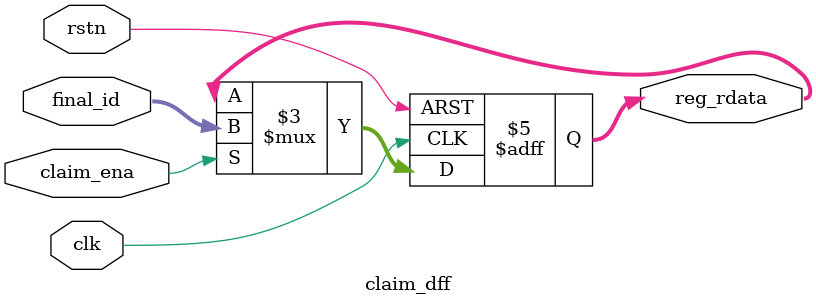
<source format=v>
module claim_dff(
  input            clk        ,
  input            rstn       ,
//  input            reg_en   ,
//  input      [31:0]reg_addr ,
//  input            reg_wr   ,
//  input            reg_wdata,
  output reg [31:0]reg_rdata  ,
  input            claim_ena  ,
  input      [31:0]final_id
  );

always@(posedge clk or negedge rstn) begin
  if(!rstn) begin
    reg_rdata <= 32'b0;
  end
  else begin
    if(claim_ena) begin
      reg_rdata <= final_id;
    end
  end
end

endmodule

</source>
